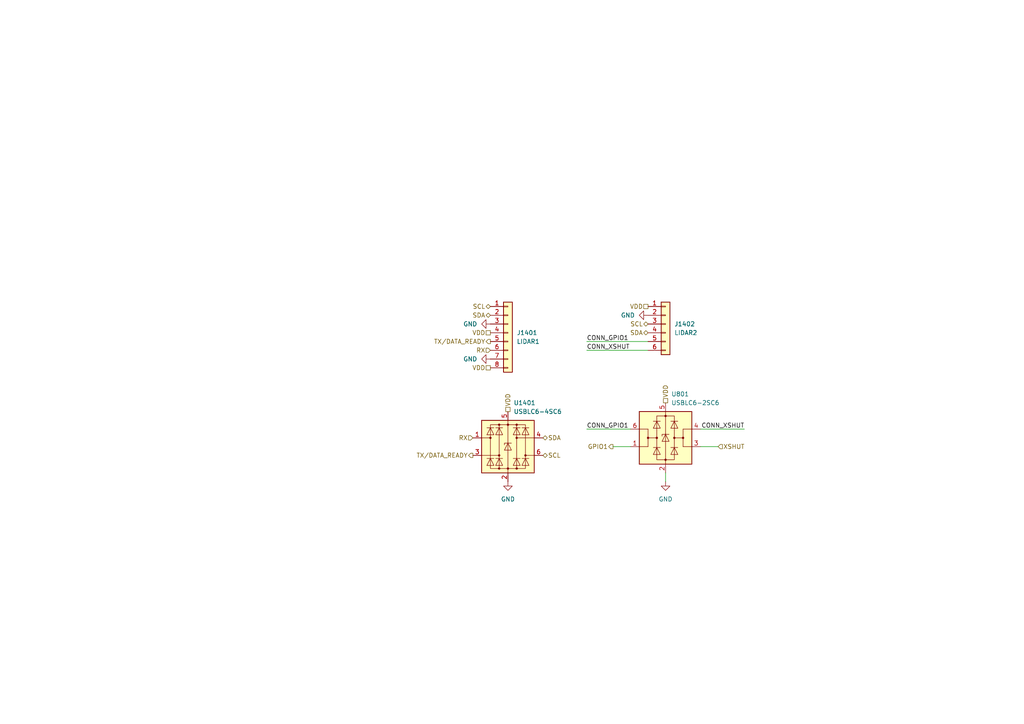
<source format=kicad_sch>
(kicad_sch (version 20230121) (generator eeschema)
  (paper "A4")
  (title_block (title "Avionus_Flight_Controller") (date "2023-11-25") (rev "1.0"))
  (lib_symbols
    (symbol "Connector_Generic:Conn_01x06" (pin_names (offset 1.016) hide)
      (property "Reference" "J" (at 0 7.62 0))
      (property "Value" "Conn_01x06" (at 0 -10.16 0))
      (symbol "Conn_01x06_1_1"
        (rectangle (start -1.27 -7.493) (end 0 -7.747) (stroke (width 0.1524)))
        (rectangle (start -1.27 -4.953) (end 0 -5.207) (stroke (width 0.1524)))
        (rectangle (start -1.27 -2.413) (end 0 -2.667) (stroke (width 0.1524)))
        (rectangle (start -1.27 0.127) (end 0 -0.127) (stroke (width 0.1524)))
        (rectangle (start -1.27 2.667) (end 0 2.413) (stroke (width 0.1524)))
        (rectangle (start -1.27 5.207) (end 0 4.953) (stroke (width 0.1524)))
        (rectangle (start -1.27 6.35) (end 1.27 -8.89) (stroke (width 0.254)) (fill (type background)))
        (pin passive line (at -5.08 5.08 0) (length 3.81) (name "Pin_1") (number "1"))
        (pin passive line (at -5.08 2.54 0) (length 3.81) (name "Pin_2") (number "2"))
        (pin passive line (at -5.08 0 0) (length 3.81) (name "Pin_3") (number "3"))
        (pin passive line (at -5.08 -2.54 0) (length 3.81) (name "Pin_4") (number "4"))
        (pin passive line (at -5.08 -5.08 0) (length 3.81) (name "Pin_5") (number "5"))
        (pin passive line (at -5.08 -7.62 0) (length 3.81) (name "Pin_6") (number "6"))
      )
    )
    (symbol "Connector_Generic:Conn_01x08" (pin_names (offset 1.016) hide)
      (property "Reference" "J" (at 0 10.16 0))
      (property "Value" "Conn_01x08" (at 0 -12.7 0))
      (symbol "Conn_01x08_1_1"
        (rectangle (start -1.27 -10.033) (end 0 -10.287) (stroke (width 0.1524)))
        (rectangle (start -1.27 -7.493) (end 0 -7.747) (stroke (width 0.1524)))
        (rectangle (start -1.27 -4.953) (end 0 -5.207) (stroke (width 0.1524)))
        (rectangle (start -1.27 -2.413) (end 0 -2.667) (stroke (width 0.1524)))
        (rectangle (start -1.27 0.127) (end 0 -0.127) (stroke (width 0.1524)))
        (rectangle (start -1.27 2.667) (end 0 2.413) (stroke (width 0.1524)))
        (rectangle (start -1.27 5.207) (end 0 4.953) (stroke (width 0.1524)))
        (rectangle (start -1.27 7.747) (end 0 7.493) (stroke (width 0.1524)))
        (rectangle (start -1.27 8.89) (end 1.27 -11.43) (stroke (width 0.254)) (fill (type background)))
        (pin passive line (at -5.08 7.62 0) (length 3.81) (name "Pin_1") (number "1"))
        (pin passive line (at -5.08 5.08 0) (length 3.81) (name "Pin_2") (number "2"))
        (pin passive line (at -5.08 2.54 0) (length 3.81) (name "Pin_3") (number "3"))
        (pin passive line (at -5.08 0 0) (length 3.81) (name "Pin_4") (number "4"))
        (pin passive line (at -5.08 -2.54 0) (length 3.81) (name "Pin_5") (number "5"))
        (pin passive line (at -5.08 -5.08 0) (length 3.81) (name "Pin_6") (number "6"))
        (pin passive line (at -5.08 -7.62 0) (length 3.81) (name "Pin_7") (number "7"))
        (pin passive line (at -5.08 -10.16 0) (length 3.81) (name "Pin_8") (number "8"))
      )
    )
    (symbol "GND_1" (power) (pin_names (offset 0))
      (property "Value" "GND_1" (at 0 -3.81 0))
      (symbol "GND_1_0_1"
        (polyline (pts (xy 0 0) (xy 0 -1.27) (xy 1.27 -1.27) (xy 0 -2.54) (xy -1.27 -1.27) (xy 0 -1.27)))
      )
      (symbol "GND_1_1_1"
        (pin power_in line (at 0 0 270) (length 0) hide (name "GND") (number "1"))
      )
    )
    (symbol "Power_Protection:USBLC6-2SC6" (pin_names hide)
      (property "Reference" "U" (at 2.54 8.89 0))
      (property "Value" "USBLC6-2SC6" (at 2.54 -8.89 0))
      (symbol "USBLC6-2SC6_0_1"
        (rectangle (start -7.62 -7.62) (end 7.62 7.62) (stroke (width 0.254)) (fill (type background)))
        (circle (center -5.08 0) (radius 0.254) (fill (type outline)))
        (circle (center -2.54 0) (radius 0.254) (fill (type outline)))
        (rectangle (start -2.54 6.35) (end 2.54 -6.35))
        (circle (center 0 -6.35) (radius 0.254) (fill (type outline)))
        (polyline (pts (xy -5.08 -2.54) (xy -7.62 -2.54)))
        (polyline (pts (xy -5.08 0) (xy -5.08 -2.54)))
        (polyline (pts (xy -5.08 2.54) (xy -7.62 2.54)))
        (polyline (pts (xy -1.524 -2.794) (xy -3.556 -2.794)))
        (polyline (pts (xy -1.524 4.826) (xy -3.556 4.826)))
        (polyline (pts (xy 0 -7.62) (xy 0 -6.35)))
        (polyline (pts (xy 0 -6.35) (xy 0 1.27)))
        (polyline (pts (xy 0 1.27) (xy 0 6.35)))
        (polyline (pts (xy 0 6.35) (xy 0 7.62)))
        (polyline (pts (xy 1.524 -2.794) (xy 3.556 -2.794)))
        (polyline (pts (xy 1.524 4.826) (xy 3.556 4.826)))
        (polyline (pts (xy 5.08 -2.54) (xy 7.62 -2.54)))
        (polyline (pts (xy 5.08 0) (xy 5.08 -2.54)))
        (polyline (pts (xy 5.08 2.54) (xy 7.62 2.54)))
        (polyline (pts (xy -2.54 0) (xy -5.08 0) (xy -5.08 2.54)))
        (polyline (pts (xy 2.54 0) (xy 5.08 0) (xy 5.08 2.54)))
        (polyline (pts (xy -3.556 -4.826) (xy -1.524 -4.826) (xy -2.54 -2.794) (xy -3.556 -4.826)))
        (polyline (pts (xy -3.556 2.794) (xy -1.524 2.794) (xy -2.54 4.826) (xy -3.556 2.794)))
        (polyline (pts (xy -1.016 -1.016) (xy 1.016 -1.016) (xy 0 1.016) (xy -1.016 -1.016)))
        (polyline (pts (xy 1.016 1.016) (xy 0.762 1.016) (xy -1.016 1.016) (xy -1.016 0.508)))
        (polyline (pts (xy 3.556 -4.826) (xy 1.524 -4.826) (xy 2.54 -2.794) (xy 3.556 -4.826)))
        (polyline (pts (xy 3.556 2.794) (xy 1.524 2.794) (xy 2.54 4.826) (xy 3.556 2.794)))
        (circle (center 0 6.35) (radius 0.254) (fill (type outline)))
        (circle (center 2.54 0) (radius 0.254) (fill (type outline)))
        (circle (center 5.08 0) (radius 0.254) (fill (type outline)))
      )
      (symbol "USBLC6-2SC6_1_1"
        (pin passive line (at -10.16 -2.54 0) (length 2.54) (name "I/O1") (number "1"))
        (pin passive line (at 0 -10.16 90) (length 2.54) (name "GND") (number "2"))
        (pin passive line (at 10.16 -2.54 180) (length 2.54) (name "I/O2") (number "3"))
        (pin passive line (at 10.16 2.54 180) (length 2.54) (name "I/O2") (number "4"))
        (pin passive line (at 0 10.16 270) (length 2.54) (name "VBUS") (number "5"))
        (pin passive line (at -10.16 2.54 0) (length 2.54) (name "I/O1") (number "6"))
      )
    )
    (symbol "Power_Protection:USBLC6-4SC6" (pin_names hide)
      (property "Reference" "U" (at 2.54 8.89 0))
      (property "Value" "USBLC6-4SC6" (at 2.54 -8.89 0))
      (symbol "USBLC6-4SC6_0_1"
        (rectangle (start -7.62 -7.62) (end 7.62 7.62) (stroke (width 0.254)) (fill (type background)))
        (circle (center -5.08 2.54) (radius 0.254) (fill (type outline)))
        (circle (center -2.54 -6.35) (radius 0.254) (fill (type outline)))
        (circle (center -2.54 -2.54) (radius 0.254) (fill (type outline)))
        (circle (center -2.54 6.35) (radius 0.254) (fill (type outline)))
        (rectangle (start -2.54 6.35) (end 2.54 -6.35))
        (circle (center 0 -6.35) (radius 0.254) (fill (type outline)))
        (polyline (pts (xy -5.08 2.54) (xy -7.62 2.54)))
        (polyline (pts (xy -4.064 -3.429) (xy -6.096 -3.429)))
        (polyline (pts (xy -4.064 5.461) (xy -6.096 5.461)))
        (polyline (pts (xy -2.54 -2.54) (xy -7.62 -2.54)))
        (polyline (pts (xy -1.524 -3.429) (xy -3.556 -3.429)))
        (polyline (pts (xy -1.524 5.461) (xy -3.556 5.461)))
        (polyline (pts (xy 0 -7.62) (xy 0 -6.35)))
        (polyline (pts (xy 0 -6.35) (xy 0 1.27)))
        (polyline (pts (xy 0 1.27) (xy 0 6.35)))
        (polyline (pts (xy 0 6.35) (xy 0 7.62)))
        (polyline (pts (xy 1.524 -3.429) (xy 3.556 -3.429)))
        (polyline (pts (xy 1.524 5.461) (xy 3.556 5.461)))
        (polyline (pts (xy 2.54 2.54) (xy 7.62 2.54)))
        (polyline (pts (xy 4.064 -3.429) (xy 6.096 -3.429)))
        (polyline (pts (xy 4.064 5.461) (xy 6.096 5.461)))
        (polyline (pts (xy 5.08 -2.54) (xy 7.62 -2.54)))
        (polyline (pts (xy -6.096 -5.461) (xy -4.064 -5.461) (xy -5.08 -3.429) (xy -6.096 -5.461)))
        (polyline (pts (xy -6.096 3.429) (xy -4.064 3.429) (xy -5.08 5.461) (xy -6.096 3.429)))
        (polyline (pts (xy -3.556 -5.461) (xy -1.524 -5.461) (xy -2.54 -3.429) (xy -3.556 -5.461)))
        (polyline (pts (xy -3.556 3.429) (xy -1.524 3.429) (xy -2.54 5.461) (xy -3.556 3.429)))
        (polyline (pts (xy -2.54 6.35) (xy -5.08 6.35) (xy -5.08 -6.35) (xy -2.54 -6.35)))
        (polyline (pts (xy -1.016 -1.016) (xy 1.016 -1.016) (xy 0 1.016) (xy -1.016 -1.016)))
        (polyline (pts (xy 1.016 1.016) (xy 0.762 1.016) (xy -1.016 1.016) (xy -1.016 0.508)))
        (polyline (pts (xy 2.54 6.35) (xy 5.08 6.35) (xy 5.08 -6.35) (xy 2.54 -6.35)))
        (polyline (pts (xy 3.556 -5.461) (xy 1.524 -5.461) (xy 2.54 -3.429) (xy 3.556 -5.461)))
        (polyline (pts (xy 3.556 3.429) (xy 1.524 3.429) (xy 2.54 5.461) (xy 3.556 3.429)))
        (polyline (pts (xy 6.096 -5.461) (xy 4.064 -5.461) (xy 5.08 -3.429) (xy 6.096 -5.461)))
        (polyline (pts (xy 6.096 3.429) (xy 4.064 3.429) (xy 5.08 5.461) (xy 6.096 3.429)))
        (circle (center 0 6.35) (radius 0.254) (fill (type outline)))
        (circle (center 2.54 -6.35) (radius 0.254) (fill (type outline)))
        (circle (center 2.54 2.54) (radius 0.254) (fill (type outline)))
        (circle (center 2.54 6.35) (radius 0.254) (fill (type outline)))
        (circle (center 5.08 -2.54) (radius 0.254) (fill (type outline)))
      )
      (symbol "USBLC6-4SC6_1_1"
        (pin passive line (at -10.16 2.54 0) (length 2.54) (name "I/O1") (number "1"))
        (pin passive line (at 0 -10.16 90) (length 2.54) (name "GND") (number "2"))
        (pin passive line (at -10.16 -2.54 0) (length 2.54) (name "I/O2") (number "3"))
        (pin passive line (at 10.16 2.54 180) (length 2.54) (name "I/O3") (number "4"))
        (pin passive line (at 0 10.16 270) (length 2.54) (name "VBUS") (number "5"))
        (pin passive line (at 10.16 -2.54 180) (length 2.54) (name "I/O4") (number "6"))
      )
    )
    (symbol "power:GND" (power) (pin_names (offset 0))
      (property "Value" "GND" (at 0 -3.81 0))
      (symbol "GND_0_1"
        (polyline (pts (xy 0 0) (xy 0 -1.27) (xy 1.27 -1.27) (xy 0 -2.54) (xy -1.27 -1.27) (xy 0 -1.27)))
      )
      (symbol "GND_1_1"
        (pin power_in line (at 0 0 270) (length 0) hide (name "GND") (number "1"))
      )
    )
  )
  (wire (pts (xy 208.28 129.54) (xy 203.2 129.54)))
  (wire (pts (xy 193.04 137.16) (xy 193.04 139.7)))
  (wire (pts (xy 203.2 124.46) (xy 215.9 124.46)))
  (wire (pts (xy 170.18 101.6) (xy 187.96 101.6)))
  (wire (pts (xy 182.88 124.46) (xy 170.18 124.46)))
  (wire (pts (xy 177.8 129.54) (xy 182.88 129.54)))
  (wire (pts (xy 170.18 99.06) (xy 187.96 99.06)))
  (label "CONN_XSHUT" (at 170.18 101.6 0))
  (label "CONN_GPIO1" (at 170.18 124.46 0))
  (label "CONN_GPIO1" (at 170.18 99.06 0))
  (label "CONN_XSHUT" (at 215.9 124.46 180))
  (hierarchical_label "VDD" (shape passive) (at 147.32 119.38 90))
  (hierarchical_label "SDA" (shape bidirectional) (at 142.24 91.44 180))
  (hierarchical_label "TX{slash}DATA_READY" (shape output) (at 137.16 132.08 180))
  (hierarchical_label "SDA" (shape bidirectional) (at 187.96 96.52 180))
  (hierarchical_label "SCL" (shape bidirectional) (at 142.24 88.9 180))
  (hierarchical_label "TX{slash}DATA_READY" (shape output) (at 142.24 99.06 180))
  (hierarchical_label "SCL" (shape bidirectional) (at 157.48 132.08 0))
  (hierarchical_label "SCL" (shape bidirectional) (at 187.96 93.98 180))
  (hierarchical_label "XSHUT" (shape input) (at 208.28 129.54 0))
  (hierarchical_label "SDA" (shape bidirectional) (at 157.48 127 0))
  (hierarchical_label "VDD" (shape passive) (at 193.04 116.84 90))
  (hierarchical_label "RX" (shape input) (at 142.24 101.6 180))
  (hierarchical_label "VDD" (shape passive) (at 142.24 96.52 180))
  (hierarchical_label "VDD" (shape passive) (at 187.96 88.9 180))
  (hierarchical_label "GPIO1" (shape output) (at 177.8 129.54 180))
  (hierarchical_label "VDD" (shape passive) (at 142.24 106.68 180))
  (hierarchical_label "RX" (shape input) (at 137.16 127 180))
  (symbol (lib_id "Connector_Generic:Conn_01x06") (at 193.04 93.98 0) (unit 1)
    (property "Reference" "J1402" (at 195.58 93.98 0) (effects (justify left)))
    (property "Value" "LIDAR2" (at 195.58 96.52 0) (effects (justify left)))
    (property "Footprint" "Connector_PinHeader_2.54mm:PinHeader_1x06_P2.54mm_Horizontal" (effects hide))
  )
  (symbol (lib_id "Power_Protection:USBLC6-4SC6") (at 147.32 129.54 0) (unit 1)
    (property "Reference" "U1401" (at 148.9711 116.84 0) (effects (justify left)))
    (property "Value" "USBLC6-4SC6" (at 148.9711 119.38 0) (effects (justify left)))
    (property "Footprint" "Package_TO_SOT_SMD:SOT-23-6" (effects hide))
    (property "Datasheet" "https://www.st.com/resource/en/datasheet/usblc6-4.pdf" (effects hide))
  )
  (symbol (lib_id "Connector_Generic:Conn_01x08") (at 147.32 96.52 0) (unit 1)
    (property "Reference" "J1401" (at 149.86 96.52 0) (effects (justify left)))
    (property "Value" "LIDAR1" (at 149.86 99.06 0) (effects (justify left)))
    (property "Footprint" "Connector_PinHeader_2.54mm:PinHeader_1x08_P2.54mm_Horizontal" (effects hide))
  )
  (symbol (lib_id "power:GND") (at 142.24 104.14 270) (unit 1)
    (property "Reference" "#PWR01402" (effects hide))
    (property "Value" "GND" (at 138.43 104.14 90) (effects (justify right)))
  )
  (symbol (lib_id "Power_Protection:USBLC6-2SC6") (at 193.04 127 0) (unit 1)
    (property "Reference" "U801" (at 194.6911 114.3 0) (effects (justify left)))
    (property "Value" "USBLC6-2SC6" (at 194.6911 116.84 0) (effects (justify left)))
    (property "Footprint" "Package_TO_SOT_SMD:SOT-23-6" (effects hide))
    (property "Datasheet" "https://www.st.com/resource/en/datasheet/usblc6-2.pdf" (effects hide))
    (instances (project "Avionus_Flight_Controller" (path "" (reference "U801") (unit 1)) (path "" (reference "U1402") (unit 1))))
  )
  (symbol (lib_id "power:GND") (at 187.96 91.44 270) (unit 1)
    (property "Reference" "#PWR01404" (effects hide))
    (property "Value" "GND" (at 184.15 91.44 90) (effects (justify right)))
  )
  (symbol (lib_id "power:GND") (at 142.24 93.98 270) (unit 1)
    (property "Reference" "#PWR01401" (effects hide))
    (property "Value" "GND" (at 138.43 93.98 90) (effects (justify right)))
  )
  (symbol (lib_id "power:GND") (at 147.32 139.7 0) (unit 1)
    (property "Reference" "#PWR01403" (effects hide))
    (property "Value" "GND" (at 147.32 144.78 0))
  )
  (symbol (lib_name "GND_1") (lib_id "power:GND") (at 193.04 139.7 0) (unit 1)
    (property "Reference" "#PWR0803" (effects hide))
    (property "Value" "GND" (at 193.04 144.78 0))
    (instances (project "Avionus_Flight_Controller" (path "" (reference "#PWR0803") (unit 1)) (path "" (reference "#PWR01405") (unit 1))))
  )
)
</source>
